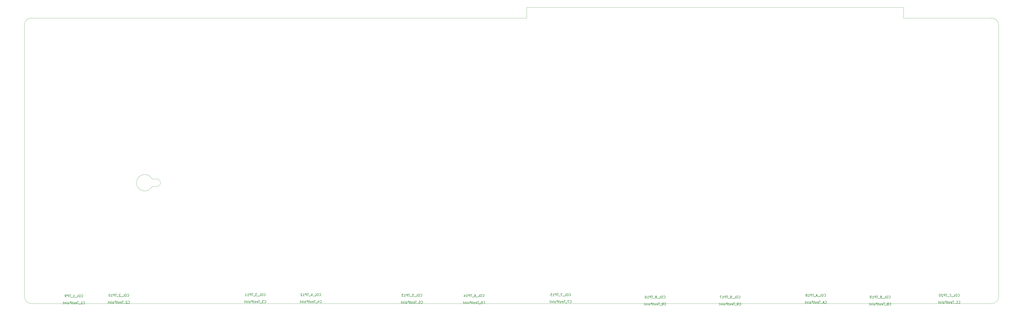
<source format=gbr>
%TF.GenerationSoftware,KiCad,Pcbnew,(5.99.0-12974-ge12f9a194d)*%
%TF.CreationDate,2021-10-29T16:05:09-04:00*%
%TF.ProjectId,FXTal_no_holes,46585461-6c5f-46e6-9f5f-686f6c65732e,rev?*%
%TF.SameCoordinates,PXe1237f8PYe7db780*%
%TF.FileFunction,AssemblyDrawing,Bot*%
%FSLAX46Y46*%
G04 Gerber Fmt 4.6, Leading zero omitted, Abs format (unit mm)*
G04 Created by KiCad (PCBNEW (5.99.0-12974-ge12f9a194d)) date 2021-10-29 16:05:09*
%MOMM*%
%LPD*%
G01*
G04 APERTURE LIST*
%TA.AperFunction,Profile*%
%ADD10C,0.050000*%
%TD*%
%ADD11C,0.150000*%
G04 APERTURE END LIST*
D10*
X-191375000Y84870000D02*
X21625000Y84870000D01*
X-194375000Y-35130000D02*
X-194362680Y82141607D01*
X221575000Y-38130000D02*
X-191375000Y-38130000D01*
X224575000Y81870000D02*
X224575000Y-35130000D01*
X221575000Y84870000D02*
X183625000Y84870000D01*
X-135875000Y13920000D02*
G75*
G03*
X-137524996Y15570000I-1649999J1D01*
G01*
X-191375000Y84870000D02*
G75*
G03*
X-194362680Y82141607I1J-3000002D01*
G01*
X21625000Y89370000D02*
X183625000Y89370000D01*
X21625000Y84870000D02*
X21625000Y89370000D01*
X-137525000Y12270004D02*
X-139475001Y12270000D01*
X183625000Y89370000D02*
X183625000Y84870000D01*
X-137525000Y12270004D02*
G75*
G03*
X-135875000Y13920000I4J1649996D01*
G01*
X221575000Y-38130000D02*
G75*
G03*
X224575000Y-35130000I-1J3000001D01*
G01*
X-194375000Y-35130000D02*
G75*
G03*
X-191375000Y-38130000I3000001J1D01*
G01*
X224575000Y81870000D02*
G75*
G03*
X221575000Y84870000I-3000001J-1D01*
G01*
X-139475001Y15570000D02*
X-137524996Y15570000D01*
X-139475001Y15570000D02*
G75*
G03*
X-139475001Y12270000I-3149999J-1650000D01*
G01*
D11*
%TO.C,COL_7_TP15*%
X40189190Y-37679142D02*
X40236809Y-37726761D01*
X40379666Y-37774380D01*
X40474904Y-37774380D01*
X40617761Y-37726761D01*
X40713000Y-37631523D01*
X40760619Y-37536285D01*
X40808238Y-37345809D01*
X40808238Y-37202952D01*
X40760619Y-37012476D01*
X40713000Y-36917238D01*
X40617761Y-36822000D01*
X40474904Y-36774380D01*
X40379666Y-36774380D01*
X40236809Y-36822000D01*
X40189190Y-36869619D01*
X39855857Y-36774380D02*
X39189190Y-36774380D01*
X39617761Y-37774380D01*
X39046333Y-37869619D02*
X38284428Y-37869619D01*
X38189190Y-36774380D02*
X37617761Y-36774380D01*
X37903476Y-37774380D02*
X37903476Y-36774380D01*
X36903476Y-37726761D02*
X36998714Y-37774380D01*
X37189190Y-37774380D01*
X37284428Y-37726761D01*
X37332047Y-37631523D01*
X37332047Y-37250571D01*
X37284428Y-37155333D01*
X37189190Y-37107714D01*
X36998714Y-37107714D01*
X36903476Y-37155333D01*
X36855857Y-37250571D01*
X36855857Y-37345809D01*
X37332047Y-37441047D01*
X36474904Y-37726761D02*
X36379666Y-37774380D01*
X36189190Y-37774380D01*
X36093952Y-37726761D01*
X36046333Y-37631523D01*
X36046333Y-37583904D01*
X36093952Y-37488666D01*
X36189190Y-37441047D01*
X36332047Y-37441047D01*
X36427285Y-37393428D01*
X36474904Y-37298190D01*
X36474904Y-37250571D01*
X36427285Y-37155333D01*
X36332047Y-37107714D01*
X36189190Y-37107714D01*
X36093952Y-37155333D01*
X35760619Y-37107714D02*
X35379666Y-37107714D01*
X35617761Y-36774380D02*
X35617761Y-37631523D01*
X35570142Y-37726761D01*
X35474904Y-37774380D01*
X35379666Y-37774380D01*
X35046333Y-37774380D02*
X35046333Y-36774380D01*
X34665380Y-36774380D01*
X34570142Y-36822000D01*
X34522523Y-36869619D01*
X34474904Y-36964857D01*
X34474904Y-37107714D01*
X34522523Y-37202952D01*
X34570142Y-37250571D01*
X34665380Y-37298190D01*
X35046333Y-37298190D01*
X33903476Y-37774380D02*
X33998714Y-37726761D01*
X34046333Y-37679142D01*
X34093952Y-37583904D01*
X34093952Y-37298190D01*
X34046333Y-37202952D01*
X33998714Y-37155333D01*
X33903476Y-37107714D01*
X33760619Y-37107714D01*
X33665380Y-37155333D01*
X33617761Y-37202952D01*
X33570142Y-37298190D01*
X33570142Y-37583904D01*
X33617761Y-37679142D01*
X33665380Y-37726761D01*
X33760619Y-37774380D01*
X33903476Y-37774380D01*
X33141571Y-37774380D02*
X33141571Y-37107714D01*
X33141571Y-36774380D02*
X33189190Y-36822000D01*
X33141571Y-36869619D01*
X33093952Y-36822000D01*
X33141571Y-36774380D01*
X33141571Y-36869619D01*
X32665380Y-37107714D02*
X32665380Y-37774380D01*
X32665380Y-37202952D02*
X32617761Y-37155333D01*
X32522523Y-37107714D01*
X32379666Y-37107714D01*
X32284428Y-37155333D01*
X32236809Y-37250571D01*
X32236809Y-37774380D01*
X31903476Y-37107714D02*
X31522523Y-37107714D01*
X31760619Y-36774380D02*
X31760619Y-37631523D01*
X31713000Y-37726761D01*
X31617761Y-37774380D01*
X31522523Y-37774380D01*
X39903476Y-34679142D02*
X39951095Y-34726761D01*
X40093952Y-34774380D01*
X40189190Y-34774380D01*
X40332047Y-34726761D01*
X40427285Y-34631523D01*
X40474904Y-34536285D01*
X40522523Y-34345809D01*
X40522523Y-34202952D01*
X40474904Y-34012476D01*
X40427285Y-33917238D01*
X40332047Y-33822000D01*
X40189190Y-33774380D01*
X40093952Y-33774380D01*
X39951095Y-33822000D01*
X39903476Y-33869619D01*
X39284428Y-33774380D02*
X39093952Y-33774380D01*
X38998714Y-33822000D01*
X38903476Y-33917238D01*
X38855857Y-34107714D01*
X38855857Y-34441047D01*
X38903476Y-34631523D01*
X38998714Y-34726761D01*
X39093952Y-34774380D01*
X39284428Y-34774380D01*
X39379666Y-34726761D01*
X39474904Y-34631523D01*
X39522523Y-34441047D01*
X39522523Y-34107714D01*
X39474904Y-33917238D01*
X39379666Y-33822000D01*
X39284428Y-33774380D01*
X37951095Y-34774380D02*
X38427285Y-34774380D01*
X38427285Y-33774380D01*
X37855857Y-34869619D02*
X37093952Y-34869619D01*
X36951095Y-33774380D02*
X36284428Y-33774380D01*
X36713000Y-34774380D01*
X36141571Y-34869619D02*
X35379666Y-34869619D01*
X35284428Y-33774380D02*
X34713000Y-33774380D01*
X34998714Y-34774380D02*
X34998714Y-33774380D01*
X34379666Y-34774380D02*
X34379666Y-33774380D01*
X33998714Y-33774380D01*
X33903476Y-33822000D01*
X33855857Y-33869619D01*
X33808238Y-33964857D01*
X33808238Y-34107714D01*
X33855857Y-34202952D01*
X33903476Y-34250571D01*
X33998714Y-34298190D01*
X34379666Y-34298190D01*
X32855857Y-34774380D02*
X33427285Y-34774380D01*
X33141571Y-34774380D02*
X33141571Y-33774380D01*
X33236809Y-33917238D01*
X33332047Y-34012476D01*
X33427285Y-34060095D01*
X31951095Y-33774380D02*
X32427285Y-33774380D01*
X32474904Y-34250571D01*
X32427285Y-34202952D01*
X32332047Y-34155333D01*
X32093952Y-34155333D01*
X31998714Y-34202952D01*
X31951095Y-34250571D01*
X31903476Y-34345809D01*
X31903476Y-34583904D01*
X31951095Y-34679142D01*
X31998714Y-34726761D01*
X32093952Y-34774380D01*
X32332047Y-34774380D01*
X32427285Y-34726761D01*
X32474904Y-34679142D01*
%TO.C,COL_9_TP17*%
X113087190Y-38695142D02*
X113134809Y-38742761D01*
X113277666Y-38790380D01*
X113372904Y-38790380D01*
X113515761Y-38742761D01*
X113611000Y-38647523D01*
X113658619Y-38552285D01*
X113706238Y-38361809D01*
X113706238Y-38218952D01*
X113658619Y-38028476D01*
X113611000Y-37933238D01*
X113515761Y-37838000D01*
X113372904Y-37790380D01*
X113277666Y-37790380D01*
X113134809Y-37838000D01*
X113087190Y-37885619D01*
X112611000Y-38790380D02*
X112420523Y-38790380D01*
X112325285Y-38742761D01*
X112277666Y-38695142D01*
X112182428Y-38552285D01*
X112134809Y-38361809D01*
X112134809Y-37980857D01*
X112182428Y-37885619D01*
X112230047Y-37838000D01*
X112325285Y-37790380D01*
X112515761Y-37790380D01*
X112611000Y-37838000D01*
X112658619Y-37885619D01*
X112706238Y-37980857D01*
X112706238Y-38218952D01*
X112658619Y-38314190D01*
X112611000Y-38361809D01*
X112515761Y-38409428D01*
X112325285Y-38409428D01*
X112230047Y-38361809D01*
X112182428Y-38314190D01*
X112134809Y-38218952D01*
X111944333Y-38885619D02*
X111182428Y-38885619D01*
X111087190Y-37790380D02*
X110515761Y-37790380D01*
X110801476Y-38790380D02*
X110801476Y-37790380D01*
X109801476Y-38742761D02*
X109896714Y-38790380D01*
X110087190Y-38790380D01*
X110182428Y-38742761D01*
X110230047Y-38647523D01*
X110230047Y-38266571D01*
X110182428Y-38171333D01*
X110087190Y-38123714D01*
X109896714Y-38123714D01*
X109801476Y-38171333D01*
X109753857Y-38266571D01*
X109753857Y-38361809D01*
X110230047Y-38457047D01*
X109372904Y-38742761D02*
X109277666Y-38790380D01*
X109087190Y-38790380D01*
X108991952Y-38742761D01*
X108944333Y-38647523D01*
X108944333Y-38599904D01*
X108991952Y-38504666D01*
X109087190Y-38457047D01*
X109230047Y-38457047D01*
X109325285Y-38409428D01*
X109372904Y-38314190D01*
X109372904Y-38266571D01*
X109325285Y-38171333D01*
X109230047Y-38123714D01*
X109087190Y-38123714D01*
X108991952Y-38171333D01*
X108658619Y-38123714D02*
X108277666Y-38123714D01*
X108515761Y-37790380D02*
X108515761Y-38647523D01*
X108468142Y-38742761D01*
X108372904Y-38790380D01*
X108277666Y-38790380D01*
X107944333Y-38790380D02*
X107944333Y-37790380D01*
X107563380Y-37790380D01*
X107468142Y-37838000D01*
X107420523Y-37885619D01*
X107372904Y-37980857D01*
X107372904Y-38123714D01*
X107420523Y-38218952D01*
X107468142Y-38266571D01*
X107563380Y-38314190D01*
X107944333Y-38314190D01*
X106801476Y-38790380D02*
X106896714Y-38742761D01*
X106944333Y-38695142D01*
X106991952Y-38599904D01*
X106991952Y-38314190D01*
X106944333Y-38218952D01*
X106896714Y-38171333D01*
X106801476Y-38123714D01*
X106658619Y-38123714D01*
X106563380Y-38171333D01*
X106515761Y-38218952D01*
X106468142Y-38314190D01*
X106468142Y-38599904D01*
X106515761Y-38695142D01*
X106563380Y-38742761D01*
X106658619Y-38790380D01*
X106801476Y-38790380D01*
X106039571Y-38790380D02*
X106039571Y-38123714D01*
X106039571Y-37790380D02*
X106087190Y-37838000D01*
X106039571Y-37885619D01*
X105991952Y-37838000D01*
X106039571Y-37790380D01*
X106039571Y-37885619D01*
X105563380Y-38123714D02*
X105563380Y-38790380D01*
X105563380Y-38218952D02*
X105515761Y-38171333D01*
X105420523Y-38123714D01*
X105277666Y-38123714D01*
X105182428Y-38171333D01*
X105134809Y-38266571D01*
X105134809Y-38790380D01*
X104801476Y-38123714D02*
X104420523Y-38123714D01*
X104658619Y-37790380D02*
X104658619Y-38647523D01*
X104611000Y-38742761D01*
X104515761Y-38790380D01*
X104420523Y-38790380D01*
X112801476Y-35695142D02*
X112849095Y-35742761D01*
X112991952Y-35790380D01*
X113087190Y-35790380D01*
X113230047Y-35742761D01*
X113325285Y-35647523D01*
X113372904Y-35552285D01*
X113420523Y-35361809D01*
X113420523Y-35218952D01*
X113372904Y-35028476D01*
X113325285Y-34933238D01*
X113230047Y-34838000D01*
X113087190Y-34790380D01*
X112991952Y-34790380D01*
X112849095Y-34838000D01*
X112801476Y-34885619D01*
X112182428Y-34790380D02*
X111991952Y-34790380D01*
X111896714Y-34838000D01*
X111801476Y-34933238D01*
X111753857Y-35123714D01*
X111753857Y-35457047D01*
X111801476Y-35647523D01*
X111896714Y-35742761D01*
X111991952Y-35790380D01*
X112182428Y-35790380D01*
X112277666Y-35742761D01*
X112372904Y-35647523D01*
X112420523Y-35457047D01*
X112420523Y-35123714D01*
X112372904Y-34933238D01*
X112277666Y-34838000D01*
X112182428Y-34790380D01*
X110849095Y-35790380D02*
X111325285Y-35790380D01*
X111325285Y-34790380D01*
X110753857Y-35885619D02*
X109991952Y-35885619D01*
X109706238Y-35790380D02*
X109515761Y-35790380D01*
X109420523Y-35742761D01*
X109372904Y-35695142D01*
X109277666Y-35552285D01*
X109230047Y-35361809D01*
X109230047Y-34980857D01*
X109277666Y-34885619D01*
X109325285Y-34838000D01*
X109420523Y-34790380D01*
X109611000Y-34790380D01*
X109706238Y-34838000D01*
X109753857Y-34885619D01*
X109801476Y-34980857D01*
X109801476Y-35218952D01*
X109753857Y-35314190D01*
X109706238Y-35361809D01*
X109611000Y-35409428D01*
X109420523Y-35409428D01*
X109325285Y-35361809D01*
X109277666Y-35314190D01*
X109230047Y-35218952D01*
X109039571Y-35885619D02*
X108277666Y-35885619D01*
X108182428Y-34790380D02*
X107611000Y-34790380D01*
X107896714Y-35790380D02*
X107896714Y-34790380D01*
X107277666Y-35790380D02*
X107277666Y-34790380D01*
X106896714Y-34790380D01*
X106801476Y-34838000D01*
X106753857Y-34885619D01*
X106706238Y-34980857D01*
X106706238Y-35123714D01*
X106753857Y-35218952D01*
X106801476Y-35266571D01*
X106896714Y-35314190D01*
X107277666Y-35314190D01*
X105753857Y-35790380D02*
X106325285Y-35790380D01*
X106039571Y-35790380D02*
X106039571Y-34790380D01*
X106134809Y-34933238D01*
X106230047Y-35028476D01*
X106325285Y-35076095D01*
X105420523Y-34790380D02*
X104753857Y-34790380D01*
X105182428Y-35790380D01*
%TO.C,COL_8_TP16*%
X80801190Y-38687142D02*
X80848809Y-38734761D01*
X80991666Y-38782380D01*
X81086904Y-38782380D01*
X81229761Y-38734761D01*
X81325000Y-38639523D01*
X81372619Y-38544285D01*
X81420238Y-38353809D01*
X81420238Y-38210952D01*
X81372619Y-38020476D01*
X81325000Y-37925238D01*
X81229761Y-37830000D01*
X81086904Y-37782380D01*
X80991666Y-37782380D01*
X80848809Y-37830000D01*
X80801190Y-37877619D01*
X80229761Y-38210952D02*
X80325000Y-38163333D01*
X80372619Y-38115714D01*
X80420238Y-38020476D01*
X80420238Y-37972857D01*
X80372619Y-37877619D01*
X80325000Y-37830000D01*
X80229761Y-37782380D01*
X80039285Y-37782380D01*
X79944047Y-37830000D01*
X79896428Y-37877619D01*
X79848809Y-37972857D01*
X79848809Y-38020476D01*
X79896428Y-38115714D01*
X79944047Y-38163333D01*
X80039285Y-38210952D01*
X80229761Y-38210952D01*
X80325000Y-38258571D01*
X80372619Y-38306190D01*
X80420238Y-38401428D01*
X80420238Y-38591904D01*
X80372619Y-38687142D01*
X80325000Y-38734761D01*
X80229761Y-38782380D01*
X80039285Y-38782380D01*
X79944047Y-38734761D01*
X79896428Y-38687142D01*
X79848809Y-38591904D01*
X79848809Y-38401428D01*
X79896428Y-38306190D01*
X79944047Y-38258571D01*
X80039285Y-38210952D01*
X79658333Y-38877619D02*
X78896428Y-38877619D01*
X78801190Y-37782380D02*
X78229761Y-37782380D01*
X78515476Y-38782380D02*
X78515476Y-37782380D01*
X77515476Y-38734761D02*
X77610714Y-38782380D01*
X77801190Y-38782380D01*
X77896428Y-38734761D01*
X77944047Y-38639523D01*
X77944047Y-38258571D01*
X77896428Y-38163333D01*
X77801190Y-38115714D01*
X77610714Y-38115714D01*
X77515476Y-38163333D01*
X77467857Y-38258571D01*
X77467857Y-38353809D01*
X77944047Y-38449047D01*
X77086904Y-38734761D02*
X76991666Y-38782380D01*
X76801190Y-38782380D01*
X76705952Y-38734761D01*
X76658333Y-38639523D01*
X76658333Y-38591904D01*
X76705952Y-38496666D01*
X76801190Y-38449047D01*
X76944047Y-38449047D01*
X77039285Y-38401428D01*
X77086904Y-38306190D01*
X77086904Y-38258571D01*
X77039285Y-38163333D01*
X76944047Y-38115714D01*
X76801190Y-38115714D01*
X76705952Y-38163333D01*
X76372619Y-38115714D02*
X75991666Y-38115714D01*
X76229761Y-37782380D02*
X76229761Y-38639523D01*
X76182142Y-38734761D01*
X76086904Y-38782380D01*
X75991666Y-38782380D01*
X75658333Y-38782380D02*
X75658333Y-37782380D01*
X75277380Y-37782380D01*
X75182142Y-37830000D01*
X75134523Y-37877619D01*
X75086904Y-37972857D01*
X75086904Y-38115714D01*
X75134523Y-38210952D01*
X75182142Y-38258571D01*
X75277380Y-38306190D01*
X75658333Y-38306190D01*
X74515476Y-38782380D02*
X74610714Y-38734761D01*
X74658333Y-38687142D01*
X74705952Y-38591904D01*
X74705952Y-38306190D01*
X74658333Y-38210952D01*
X74610714Y-38163333D01*
X74515476Y-38115714D01*
X74372619Y-38115714D01*
X74277380Y-38163333D01*
X74229761Y-38210952D01*
X74182142Y-38306190D01*
X74182142Y-38591904D01*
X74229761Y-38687142D01*
X74277380Y-38734761D01*
X74372619Y-38782380D01*
X74515476Y-38782380D01*
X73753571Y-38782380D02*
X73753571Y-38115714D01*
X73753571Y-37782380D02*
X73801190Y-37830000D01*
X73753571Y-37877619D01*
X73705952Y-37830000D01*
X73753571Y-37782380D01*
X73753571Y-37877619D01*
X73277380Y-38115714D02*
X73277380Y-38782380D01*
X73277380Y-38210952D02*
X73229761Y-38163333D01*
X73134523Y-38115714D01*
X72991666Y-38115714D01*
X72896428Y-38163333D01*
X72848809Y-38258571D01*
X72848809Y-38782380D01*
X72515476Y-38115714D02*
X72134523Y-38115714D01*
X72372619Y-37782380D02*
X72372619Y-38639523D01*
X72325000Y-38734761D01*
X72229761Y-38782380D01*
X72134523Y-38782380D01*
X80515476Y-35687142D02*
X80563095Y-35734761D01*
X80705952Y-35782380D01*
X80801190Y-35782380D01*
X80944047Y-35734761D01*
X81039285Y-35639523D01*
X81086904Y-35544285D01*
X81134523Y-35353809D01*
X81134523Y-35210952D01*
X81086904Y-35020476D01*
X81039285Y-34925238D01*
X80944047Y-34830000D01*
X80801190Y-34782380D01*
X80705952Y-34782380D01*
X80563095Y-34830000D01*
X80515476Y-34877619D01*
X79896428Y-34782380D02*
X79705952Y-34782380D01*
X79610714Y-34830000D01*
X79515476Y-34925238D01*
X79467857Y-35115714D01*
X79467857Y-35449047D01*
X79515476Y-35639523D01*
X79610714Y-35734761D01*
X79705952Y-35782380D01*
X79896428Y-35782380D01*
X79991666Y-35734761D01*
X80086904Y-35639523D01*
X80134523Y-35449047D01*
X80134523Y-35115714D01*
X80086904Y-34925238D01*
X79991666Y-34830000D01*
X79896428Y-34782380D01*
X78563095Y-35782380D02*
X79039285Y-35782380D01*
X79039285Y-34782380D01*
X78467857Y-35877619D02*
X77705952Y-35877619D01*
X77325000Y-35210952D02*
X77420238Y-35163333D01*
X77467857Y-35115714D01*
X77515476Y-35020476D01*
X77515476Y-34972857D01*
X77467857Y-34877619D01*
X77420238Y-34830000D01*
X77325000Y-34782380D01*
X77134523Y-34782380D01*
X77039285Y-34830000D01*
X76991666Y-34877619D01*
X76944047Y-34972857D01*
X76944047Y-35020476D01*
X76991666Y-35115714D01*
X77039285Y-35163333D01*
X77134523Y-35210952D01*
X77325000Y-35210952D01*
X77420238Y-35258571D01*
X77467857Y-35306190D01*
X77515476Y-35401428D01*
X77515476Y-35591904D01*
X77467857Y-35687142D01*
X77420238Y-35734761D01*
X77325000Y-35782380D01*
X77134523Y-35782380D01*
X77039285Y-35734761D01*
X76991666Y-35687142D01*
X76944047Y-35591904D01*
X76944047Y-35401428D01*
X76991666Y-35306190D01*
X77039285Y-35258571D01*
X77134523Y-35210952D01*
X76753571Y-35877619D02*
X75991666Y-35877619D01*
X75896428Y-34782380D02*
X75325000Y-34782380D01*
X75610714Y-35782380D02*
X75610714Y-34782380D01*
X74991666Y-35782380D02*
X74991666Y-34782380D01*
X74610714Y-34782380D01*
X74515476Y-34830000D01*
X74467857Y-34877619D01*
X74420238Y-34972857D01*
X74420238Y-35115714D01*
X74467857Y-35210952D01*
X74515476Y-35258571D01*
X74610714Y-35306190D01*
X74991666Y-35306190D01*
X73467857Y-35782380D02*
X74039285Y-35782380D01*
X73753571Y-35782380D02*
X73753571Y-34782380D01*
X73848809Y-34925238D01*
X73944047Y-35020476D01*
X74039285Y-35068095D01*
X72610714Y-34782380D02*
X72801190Y-34782380D01*
X72896428Y-34830000D01*
X72944047Y-34877619D01*
X73039285Y-35020476D01*
X73086904Y-35210952D01*
X73086904Y-35591904D01*
X73039285Y-35687142D01*
X72991666Y-35734761D01*
X72896428Y-35782380D01*
X72705952Y-35782380D01*
X72610714Y-35734761D01*
X72563095Y-35687142D01*
X72515476Y-35591904D01*
X72515476Y-35353809D01*
X72563095Y-35258571D01*
X72610714Y-35210952D01*
X72705952Y-35163333D01*
X72896428Y-35163333D01*
X72991666Y-35210952D01*
X73039285Y-35258571D01*
X73086904Y-35353809D01*
%TO.C,COL_4_TP12*%
X-67252810Y-37679142D02*
X-67205191Y-37726761D01*
X-67062334Y-37774380D01*
X-66967096Y-37774380D01*
X-66824239Y-37726761D01*
X-66729000Y-37631523D01*
X-66681381Y-37536285D01*
X-66633762Y-37345809D01*
X-66633762Y-37202952D01*
X-66681381Y-37012476D01*
X-66729000Y-36917238D01*
X-66824239Y-36822000D01*
X-66967096Y-36774380D01*
X-67062334Y-36774380D01*
X-67205191Y-36822000D01*
X-67252810Y-36869619D01*
X-68109953Y-37107714D02*
X-68109953Y-37774380D01*
X-67871858Y-36726761D02*
X-67633762Y-37441047D01*
X-68252810Y-37441047D01*
X-68395667Y-37869619D02*
X-69157572Y-37869619D01*
X-69252810Y-36774380D02*
X-69824239Y-36774380D01*
X-69538524Y-37774380D02*
X-69538524Y-36774380D01*
X-70538524Y-37726761D02*
X-70443286Y-37774380D01*
X-70252810Y-37774380D01*
X-70157572Y-37726761D01*
X-70109953Y-37631523D01*
X-70109953Y-37250571D01*
X-70157572Y-37155333D01*
X-70252810Y-37107714D01*
X-70443286Y-37107714D01*
X-70538524Y-37155333D01*
X-70586143Y-37250571D01*
X-70586143Y-37345809D01*
X-70109953Y-37441047D01*
X-70967096Y-37726761D02*
X-71062334Y-37774380D01*
X-71252810Y-37774380D01*
X-71348048Y-37726761D01*
X-71395667Y-37631523D01*
X-71395667Y-37583904D01*
X-71348048Y-37488666D01*
X-71252810Y-37441047D01*
X-71109953Y-37441047D01*
X-71014715Y-37393428D01*
X-70967096Y-37298190D01*
X-70967096Y-37250571D01*
X-71014715Y-37155333D01*
X-71109953Y-37107714D01*
X-71252810Y-37107714D01*
X-71348048Y-37155333D01*
X-71681381Y-37107714D02*
X-72062334Y-37107714D01*
X-71824239Y-36774380D02*
X-71824239Y-37631523D01*
X-71871858Y-37726761D01*
X-71967096Y-37774380D01*
X-72062334Y-37774380D01*
X-72395667Y-37774380D02*
X-72395667Y-36774380D01*
X-72776620Y-36774380D01*
X-72871858Y-36822000D01*
X-72919477Y-36869619D01*
X-72967096Y-36964857D01*
X-72967096Y-37107714D01*
X-72919477Y-37202952D01*
X-72871858Y-37250571D01*
X-72776620Y-37298190D01*
X-72395667Y-37298190D01*
X-73538524Y-37774380D02*
X-73443286Y-37726761D01*
X-73395667Y-37679142D01*
X-73348048Y-37583904D01*
X-73348048Y-37298190D01*
X-73395667Y-37202952D01*
X-73443286Y-37155333D01*
X-73538524Y-37107714D01*
X-73681381Y-37107714D01*
X-73776620Y-37155333D01*
X-73824239Y-37202952D01*
X-73871858Y-37298190D01*
X-73871858Y-37583904D01*
X-73824239Y-37679142D01*
X-73776620Y-37726761D01*
X-73681381Y-37774380D01*
X-73538524Y-37774380D01*
X-74300429Y-37774380D02*
X-74300429Y-37107714D01*
X-74300429Y-36774380D02*
X-74252810Y-36822000D01*
X-74300429Y-36869619D01*
X-74348048Y-36822000D01*
X-74300429Y-36774380D01*
X-74300429Y-36869619D01*
X-74776620Y-37107714D02*
X-74776620Y-37774380D01*
X-74776620Y-37202952D02*
X-74824239Y-37155333D01*
X-74919477Y-37107714D01*
X-75062334Y-37107714D01*
X-75157572Y-37155333D01*
X-75205191Y-37250571D01*
X-75205191Y-37774380D01*
X-75538524Y-37107714D02*
X-75919477Y-37107714D01*
X-75681381Y-36774380D02*
X-75681381Y-37631523D01*
X-75729000Y-37726761D01*
X-75824239Y-37774380D01*
X-75919477Y-37774380D01*
X-67538524Y-34679142D02*
X-67490905Y-34726761D01*
X-67348048Y-34774380D01*
X-67252810Y-34774380D01*
X-67109953Y-34726761D01*
X-67014715Y-34631523D01*
X-66967096Y-34536285D01*
X-66919477Y-34345809D01*
X-66919477Y-34202952D01*
X-66967096Y-34012476D01*
X-67014715Y-33917238D01*
X-67109953Y-33822000D01*
X-67252810Y-33774380D01*
X-67348048Y-33774380D01*
X-67490905Y-33822000D01*
X-67538524Y-33869619D01*
X-68157572Y-33774380D02*
X-68348048Y-33774380D01*
X-68443286Y-33822000D01*
X-68538524Y-33917238D01*
X-68586143Y-34107714D01*
X-68586143Y-34441047D01*
X-68538524Y-34631523D01*
X-68443286Y-34726761D01*
X-68348048Y-34774380D01*
X-68157572Y-34774380D01*
X-68062334Y-34726761D01*
X-67967096Y-34631523D01*
X-67919477Y-34441047D01*
X-67919477Y-34107714D01*
X-67967096Y-33917238D01*
X-68062334Y-33822000D01*
X-68157572Y-33774380D01*
X-69490905Y-34774380D02*
X-69014715Y-34774380D01*
X-69014715Y-33774380D01*
X-69586143Y-34869619D02*
X-70348048Y-34869619D01*
X-71014715Y-34107714D02*
X-71014715Y-34774380D01*
X-70776620Y-33726761D02*
X-70538524Y-34441047D01*
X-71157572Y-34441047D01*
X-71300429Y-34869619D02*
X-72062334Y-34869619D01*
X-72157572Y-33774380D02*
X-72729000Y-33774380D01*
X-72443286Y-34774380D02*
X-72443286Y-33774380D01*
X-73062334Y-34774380D02*
X-73062334Y-33774380D01*
X-73443286Y-33774380D01*
X-73538524Y-33822000D01*
X-73586143Y-33869619D01*
X-73633762Y-33964857D01*
X-73633762Y-34107714D01*
X-73586143Y-34202952D01*
X-73538524Y-34250571D01*
X-73443286Y-34298190D01*
X-73062334Y-34298190D01*
X-74586143Y-34774380D02*
X-74014715Y-34774380D01*
X-74300429Y-34774380D02*
X-74300429Y-33774380D01*
X-74205191Y-33917238D01*
X-74109953Y-34012476D01*
X-74014715Y-34060095D01*
X-74967096Y-33869619D02*
X-75014715Y-33822000D01*
X-75109953Y-33774380D01*
X-75348048Y-33774380D01*
X-75443286Y-33822000D01*
X-75490905Y-33869619D01*
X-75538524Y-33964857D01*
X-75538524Y-34060095D01*
X-75490905Y-34202952D01*
X-74919477Y-34774380D01*
X-75538524Y-34774380D01*
%TO.C,COL_1_TP9*%
X-169106810Y-38187142D02*
X-169059191Y-38234761D01*
X-168916334Y-38282380D01*
X-168821096Y-38282380D01*
X-168678239Y-38234761D01*
X-168583000Y-38139523D01*
X-168535381Y-38044285D01*
X-168487762Y-37853809D01*
X-168487762Y-37710952D01*
X-168535381Y-37520476D01*
X-168583000Y-37425238D01*
X-168678239Y-37330000D01*
X-168821096Y-37282380D01*
X-168916334Y-37282380D01*
X-169059191Y-37330000D01*
X-169106810Y-37377619D01*
X-170059191Y-38282380D02*
X-169487762Y-38282380D01*
X-169773477Y-38282380D02*
X-169773477Y-37282380D01*
X-169678239Y-37425238D01*
X-169583000Y-37520476D01*
X-169487762Y-37568095D01*
X-170249667Y-38377619D02*
X-171011572Y-38377619D01*
X-171106810Y-37282380D02*
X-171678239Y-37282380D01*
X-171392524Y-38282380D02*
X-171392524Y-37282380D01*
X-172392524Y-38234761D02*
X-172297286Y-38282380D01*
X-172106810Y-38282380D01*
X-172011572Y-38234761D01*
X-171963953Y-38139523D01*
X-171963953Y-37758571D01*
X-172011572Y-37663333D01*
X-172106810Y-37615714D01*
X-172297286Y-37615714D01*
X-172392524Y-37663333D01*
X-172440143Y-37758571D01*
X-172440143Y-37853809D01*
X-171963953Y-37949047D01*
X-172821096Y-38234761D02*
X-172916334Y-38282380D01*
X-173106810Y-38282380D01*
X-173202048Y-38234761D01*
X-173249667Y-38139523D01*
X-173249667Y-38091904D01*
X-173202048Y-37996666D01*
X-173106810Y-37949047D01*
X-172963953Y-37949047D01*
X-172868715Y-37901428D01*
X-172821096Y-37806190D01*
X-172821096Y-37758571D01*
X-172868715Y-37663333D01*
X-172963953Y-37615714D01*
X-173106810Y-37615714D01*
X-173202048Y-37663333D01*
X-173535381Y-37615714D02*
X-173916334Y-37615714D01*
X-173678239Y-37282380D02*
X-173678239Y-38139523D01*
X-173725858Y-38234761D01*
X-173821096Y-38282380D01*
X-173916334Y-38282380D01*
X-174249667Y-38282380D02*
X-174249667Y-37282380D01*
X-174630620Y-37282380D01*
X-174725858Y-37330000D01*
X-174773477Y-37377619D01*
X-174821096Y-37472857D01*
X-174821096Y-37615714D01*
X-174773477Y-37710952D01*
X-174725858Y-37758571D01*
X-174630620Y-37806190D01*
X-174249667Y-37806190D01*
X-175392524Y-38282380D02*
X-175297286Y-38234761D01*
X-175249667Y-38187142D01*
X-175202048Y-38091904D01*
X-175202048Y-37806190D01*
X-175249667Y-37710952D01*
X-175297286Y-37663333D01*
X-175392524Y-37615714D01*
X-175535381Y-37615714D01*
X-175630620Y-37663333D01*
X-175678239Y-37710952D01*
X-175725858Y-37806190D01*
X-175725858Y-38091904D01*
X-175678239Y-38187142D01*
X-175630620Y-38234761D01*
X-175535381Y-38282380D01*
X-175392524Y-38282380D01*
X-176154429Y-38282380D02*
X-176154429Y-37615714D01*
X-176154429Y-37282380D02*
X-176106810Y-37330000D01*
X-176154429Y-37377619D01*
X-176202048Y-37330000D01*
X-176154429Y-37282380D01*
X-176154429Y-37377619D01*
X-176630620Y-37615714D02*
X-176630620Y-38282380D01*
X-176630620Y-37710952D02*
X-176678239Y-37663333D01*
X-176773477Y-37615714D01*
X-176916334Y-37615714D01*
X-177011572Y-37663333D01*
X-177059191Y-37758571D01*
X-177059191Y-38282380D01*
X-177392524Y-37615714D02*
X-177773477Y-37615714D01*
X-177535381Y-37282380D02*
X-177535381Y-38139523D01*
X-177583000Y-38234761D01*
X-177678239Y-38282380D01*
X-177773477Y-38282380D01*
X-169868715Y-35187142D02*
X-169821096Y-35234761D01*
X-169678239Y-35282380D01*
X-169583000Y-35282380D01*
X-169440143Y-35234761D01*
X-169344905Y-35139523D01*
X-169297286Y-35044285D01*
X-169249667Y-34853809D01*
X-169249667Y-34710952D01*
X-169297286Y-34520476D01*
X-169344905Y-34425238D01*
X-169440143Y-34330000D01*
X-169583000Y-34282380D01*
X-169678239Y-34282380D01*
X-169821096Y-34330000D01*
X-169868715Y-34377619D01*
X-170487762Y-34282380D02*
X-170678239Y-34282380D01*
X-170773477Y-34330000D01*
X-170868715Y-34425238D01*
X-170916334Y-34615714D01*
X-170916334Y-34949047D01*
X-170868715Y-35139523D01*
X-170773477Y-35234761D01*
X-170678239Y-35282380D01*
X-170487762Y-35282380D01*
X-170392524Y-35234761D01*
X-170297286Y-35139523D01*
X-170249667Y-34949047D01*
X-170249667Y-34615714D01*
X-170297286Y-34425238D01*
X-170392524Y-34330000D01*
X-170487762Y-34282380D01*
X-171821096Y-35282380D02*
X-171344905Y-35282380D01*
X-171344905Y-34282380D01*
X-171916334Y-35377619D02*
X-172678239Y-35377619D01*
X-173440143Y-35282380D02*
X-172868715Y-35282380D01*
X-173154429Y-35282380D02*
X-173154429Y-34282380D01*
X-173059191Y-34425238D01*
X-172963953Y-34520476D01*
X-172868715Y-34568095D01*
X-173630620Y-35377619D02*
X-174392524Y-35377619D01*
X-174487762Y-34282380D02*
X-175059191Y-34282380D01*
X-174773477Y-35282380D02*
X-174773477Y-34282380D01*
X-175392524Y-35282380D02*
X-175392524Y-34282380D01*
X-175773477Y-34282380D01*
X-175868715Y-34330000D01*
X-175916334Y-34377619D01*
X-175963953Y-34472857D01*
X-175963953Y-34615714D01*
X-175916334Y-34710952D01*
X-175868715Y-34758571D01*
X-175773477Y-34806190D01*
X-175392524Y-34806190D01*
X-176440143Y-35282380D02*
X-176630620Y-35282380D01*
X-176725858Y-35234761D01*
X-176773477Y-35187142D01*
X-176868715Y-35044285D01*
X-176916334Y-34853809D01*
X-176916334Y-34472857D01*
X-176868715Y-34377619D01*
X-176821096Y-34330000D01*
X-176725858Y-34282380D01*
X-176535381Y-34282380D01*
X-176440143Y-34330000D01*
X-176392524Y-34377619D01*
X-176344905Y-34472857D01*
X-176344905Y-34710952D01*
X-176392524Y-34806190D01*
X-176440143Y-34853809D01*
X-176535381Y-34901428D01*
X-176725858Y-34901428D01*
X-176821096Y-34853809D01*
X-176868715Y-34806190D01*
X-176916334Y-34710952D01*
%TO.C,COL_B_TP19*%
X177627000Y-38695142D02*
X177674619Y-38742761D01*
X177817476Y-38790380D01*
X177912714Y-38790380D01*
X178055571Y-38742761D01*
X178150809Y-38647523D01*
X178198428Y-38552285D01*
X178246047Y-38361809D01*
X178246047Y-38218952D01*
X178198428Y-38028476D01*
X178150809Y-37933238D01*
X178055571Y-37838000D01*
X177912714Y-37790380D01*
X177817476Y-37790380D01*
X177674619Y-37838000D01*
X177627000Y-37885619D01*
X176865095Y-38266571D02*
X176722238Y-38314190D01*
X176674619Y-38361809D01*
X176627000Y-38457047D01*
X176627000Y-38599904D01*
X176674619Y-38695142D01*
X176722238Y-38742761D01*
X176817476Y-38790380D01*
X177198428Y-38790380D01*
X177198428Y-37790380D01*
X176865095Y-37790380D01*
X176769857Y-37838000D01*
X176722238Y-37885619D01*
X176674619Y-37980857D01*
X176674619Y-38076095D01*
X176722238Y-38171333D01*
X176769857Y-38218952D01*
X176865095Y-38266571D01*
X177198428Y-38266571D01*
X176436523Y-38885619D02*
X175674619Y-38885619D01*
X175579380Y-37790380D02*
X175007952Y-37790380D01*
X175293666Y-38790380D02*
X175293666Y-37790380D01*
X174293666Y-38742761D02*
X174388904Y-38790380D01*
X174579380Y-38790380D01*
X174674619Y-38742761D01*
X174722238Y-38647523D01*
X174722238Y-38266571D01*
X174674619Y-38171333D01*
X174579380Y-38123714D01*
X174388904Y-38123714D01*
X174293666Y-38171333D01*
X174246047Y-38266571D01*
X174246047Y-38361809D01*
X174722238Y-38457047D01*
X173865095Y-38742761D02*
X173769857Y-38790380D01*
X173579380Y-38790380D01*
X173484142Y-38742761D01*
X173436523Y-38647523D01*
X173436523Y-38599904D01*
X173484142Y-38504666D01*
X173579380Y-38457047D01*
X173722238Y-38457047D01*
X173817476Y-38409428D01*
X173865095Y-38314190D01*
X173865095Y-38266571D01*
X173817476Y-38171333D01*
X173722238Y-38123714D01*
X173579380Y-38123714D01*
X173484142Y-38171333D01*
X173150809Y-38123714D02*
X172769857Y-38123714D01*
X173007952Y-37790380D02*
X173007952Y-38647523D01*
X172960333Y-38742761D01*
X172865095Y-38790380D01*
X172769857Y-38790380D01*
X172436523Y-38790380D02*
X172436523Y-37790380D01*
X172055571Y-37790380D01*
X171960333Y-37838000D01*
X171912714Y-37885619D01*
X171865095Y-37980857D01*
X171865095Y-38123714D01*
X171912714Y-38218952D01*
X171960333Y-38266571D01*
X172055571Y-38314190D01*
X172436523Y-38314190D01*
X171293666Y-38790380D02*
X171388904Y-38742761D01*
X171436523Y-38695142D01*
X171484142Y-38599904D01*
X171484142Y-38314190D01*
X171436523Y-38218952D01*
X171388904Y-38171333D01*
X171293666Y-38123714D01*
X171150809Y-38123714D01*
X171055571Y-38171333D01*
X171007952Y-38218952D01*
X170960333Y-38314190D01*
X170960333Y-38599904D01*
X171007952Y-38695142D01*
X171055571Y-38742761D01*
X171150809Y-38790380D01*
X171293666Y-38790380D01*
X170531761Y-38790380D02*
X170531761Y-38123714D01*
X170531761Y-37790380D02*
X170579380Y-37838000D01*
X170531761Y-37885619D01*
X170484142Y-37838000D01*
X170531761Y-37790380D01*
X170531761Y-37885619D01*
X170055571Y-38123714D02*
X170055571Y-38790380D01*
X170055571Y-38218952D02*
X170007952Y-38171333D01*
X169912714Y-38123714D01*
X169769857Y-38123714D01*
X169674619Y-38171333D01*
X169627000Y-38266571D01*
X169627000Y-38790380D01*
X169293666Y-38123714D02*
X168912714Y-38123714D01*
X169150809Y-37790380D02*
X169150809Y-38647523D01*
X169103190Y-38742761D01*
X169007952Y-38790380D01*
X168912714Y-38790380D01*
X177341285Y-35695142D02*
X177388904Y-35742761D01*
X177531761Y-35790380D01*
X177627000Y-35790380D01*
X177769857Y-35742761D01*
X177865095Y-35647523D01*
X177912714Y-35552285D01*
X177960333Y-35361809D01*
X177960333Y-35218952D01*
X177912714Y-35028476D01*
X177865095Y-34933238D01*
X177769857Y-34838000D01*
X177627000Y-34790380D01*
X177531761Y-34790380D01*
X177388904Y-34838000D01*
X177341285Y-34885619D01*
X176722238Y-34790380D02*
X176531761Y-34790380D01*
X176436523Y-34838000D01*
X176341285Y-34933238D01*
X176293666Y-35123714D01*
X176293666Y-35457047D01*
X176341285Y-35647523D01*
X176436523Y-35742761D01*
X176531761Y-35790380D01*
X176722238Y-35790380D01*
X176817476Y-35742761D01*
X176912714Y-35647523D01*
X176960333Y-35457047D01*
X176960333Y-35123714D01*
X176912714Y-34933238D01*
X176817476Y-34838000D01*
X176722238Y-34790380D01*
X175388904Y-35790380D02*
X175865095Y-35790380D01*
X175865095Y-34790380D01*
X175293666Y-35885619D02*
X174531761Y-35885619D01*
X173960333Y-35266571D02*
X173817476Y-35314190D01*
X173769857Y-35361809D01*
X173722238Y-35457047D01*
X173722238Y-35599904D01*
X173769857Y-35695142D01*
X173817476Y-35742761D01*
X173912714Y-35790380D01*
X174293666Y-35790380D01*
X174293666Y-34790380D01*
X173960333Y-34790380D01*
X173865095Y-34838000D01*
X173817476Y-34885619D01*
X173769857Y-34980857D01*
X173769857Y-35076095D01*
X173817476Y-35171333D01*
X173865095Y-35218952D01*
X173960333Y-35266571D01*
X174293666Y-35266571D01*
X173531761Y-35885619D02*
X172769857Y-35885619D01*
X172674619Y-34790380D02*
X172103190Y-34790380D01*
X172388904Y-35790380D02*
X172388904Y-34790380D01*
X171769857Y-35790380D02*
X171769857Y-34790380D01*
X171388904Y-34790380D01*
X171293666Y-34838000D01*
X171246047Y-34885619D01*
X171198428Y-34980857D01*
X171198428Y-35123714D01*
X171246047Y-35218952D01*
X171293666Y-35266571D01*
X171388904Y-35314190D01*
X171769857Y-35314190D01*
X170246047Y-35790380D02*
X170817476Y-35790380D01*
X170531761Y-35790380D02*
X170531761Y-34790380D01*
X170626999Y-34933238D01*
X170722238Y-35028476D01*
X170817476Y-35076095D01*
X169769857Y-35790380D02*
X169579380Y-35790380D01*
X169484142Y-35742761D01*
X169436523Y-35695142D01*
X169341285Y-35552285D01*
X169293666Y-35361809D01*
X169293666Y-34980857D01*
X169341285Y-34885619D01*
X169388904Y-34838000D01*
X169484142Y-34790380D01*
X169674619Y-34790380D01*
X169769857Y-34838000D01*
X169817476Y-34885619D01*
X169865095Y-34980857D01*
X169865095Y-35218952D01*
X169817476Y-35314190D01*
X169769857Y-35361809D01*
X169674619Y-35409428D01*
X169484142Y-35409428D01*
X169388904Y-35361809D01*
X169341285Y-35314190D01*
X169293666Y-35218952D01*
%TO.C,COL_6_TP14*%
X2951190Y-38087142D02*
X2998809Y-38134761D01*
X3141666Y-38182380D01*
X3236904Y-38182380D01*
X3379761Y-38134761D01*
X3475000Y-38039523D01*
X3522619Y-37944285D01*
X3570238Y-37753809D01*
X3570238Y-37610952D01*
X3522619Y-37420476D01*
X3475000Y-37325238D01*
X3379761Y-37230000D01*
X3236904Y-37182380D01*
X3141666Y-37182380D01*
X2998809Y-37230000D01*
X2951190Y-37277619D01*
X2094047Y-37182380D02*
X2284523Y-37182380D01*
X2379761Y-37230000D01*
X2427380Y-37277619D01*
X2522619Y-37420476D01*
X2570238Y-37610952D01*
X2570238Y-37991904D01*
X2522619Y-38087142D01*
X2475000Y-38134761D01*
X2379761Y-38182380D01*
X2189285Y-38182380D01*
X2094047Y-38134761D01*
X2046428Y-38087142D01*
X1998809Y-37991904D01*
X1998809Y-37753809D01*
X2046428Y-37658571D01*
X2094047Y-37610952D01*
X2189285Y-37563333D01*
X2379761Y-37563333D01*
X2475000Y-37610952D01*
X2522619Y-37658571D01*
X2570238Y-37753809D01*
X1808333Y-38277619D02*
X1046428Y-38277619D01*
X951190Y-37182380D02*
X379761Y-37182380D01*
X665476Y-38182380D02*
X665476Y-37182380D01*
X-334524Y-38134761D02*
X-239286Y-38182380D01*
X-48810Y-38182380D01*
X46428Y-38134761D01*
X94047Y-38039523D01*
X94047Y-37658571D01*
X46428Y-37563333D01*
X-48810Y-37515714D01*
X-239286Y-37515714D01*
X-334524Y-37563333D01*
X-382143Y-37658571D01*
X-382143Y-37753809D01*
X94047Y-37849047D01*
X-763096Y-38134761D02*
X-858334Y-38182380D01*
X-1048810Y-38182380D01*
X-1144048Y-38134761D01*
X-1191667Y-38039523D01*
X-1191667Y-37991904D01*
X-1144048Y-37896666D01*
X-1048810Y-37849047D01*
X-905953Y-37849047D01*
X-810715Y-37801428D01*
X-763096Y-37706190D01*
X-763096Y-37658571D01*
X-810715Y-37563333D01*
X-905953Y-37515714D01*
X-1048810Y-37515714D01*
X-1144048Y-37563333D01*
X-1477381Y-37515714D02*
X-1858334Y-37515714D01*
X-1620239Y-37182380D02*
X-1620239Y-38039523D01*
X-1667858Y-38134761D01*
X-1763096Y-38182380D01*
X-1858334Y-38182380D01*
X-2191667Y-38182380D02*
X-2191667Y-37182380D01*
X-2572620Y-37182380D01*
X-2667858Y-37230000D01*
X-2715477Y-37277619D01*
X-2763096Y-37372857D01*
X-2763096Y-37515714D01*
X-2715477Y-37610952D01*
X-2667858Y-37658571D01*
X-2572620Y-37706190D01*
X-2191667Y-37706190D01*
X-3334524Y-38182380D02*
X-3239286Y-38134761D01*
X-3191667Y-38087142D01*
X-3144048Y-37991904D01*
X-3144048Y-37706190D01*
X-3191667Y-37610952D01*
X-3239286Y-37563333D01*
X-3334524Y-37515714D01*
X-3477381Y-37515714D01*
X-3572620Y-37563333D01*
X-3620239Y-37610952D01*
X-3667858Y-37706190D01*
X-3667858Y-37991904D01*
X-3620239Y-38087142D01*
X-3572620Y-38134761D01*
X-3477381Y-38182380D01*
X-3334524Y-38182380D01*
X-4096429Y-38182380D02*
X-4096429Y-37515714D01*
X-4096429Y-37182380D02*
X-4048810Y-37230000D01*
X-4096429Y-37277619D01*
X-4144048Y-37230000D01*
X-4096429Y-37182380D01*
X-4096429Y-37277619D01*
X-4572620Y-37515714D02*
X-4572620Y-38182380D01*
X-4572620Y-37610952D02*
X-4620239Y-37563333D01*
X-4715477Y-37515714D01*
X-4858334Y-37515714D01*
X-4953572Y-37563333D01*
X-5001191Y-37658571D01*
X-5001191Y-38182380D01*
X-5334524Y-37515714D02*
X-5715477Y-37515714D01*
X-5477381Y-37182380D02*
X-5477381Y-38039523D01*
X-5525000Y-38134761D01*
X-5620239Y-38182380D01*
X-5715477Y-38182380D01*
X2665476Y-35087142D02*
X2713095Y-35134761D01*
X2855952Y-35182380D01*
X2951190Y-35182380D01*
X3094047Y-35134761D01*
X3189285Y-35039523D01*
X3236904Y-34944285D01*
X3284523Y-34753809D01*
X3284523Y-34610952D01*
X3236904Y-34420476D01*
X3189285Y-34325238D01*
X3094047Y-34230000D01*
X2951190Y-34182380D01*
X2855952Y-34182380D01*
X2713095Y-34230000D01*
X2665476Y-34277619D01*
X2046428Y-34182380D02*
X1855952Y-34182380D01*
X1760714Y-34230000D01*
X1665476Y-34325238D01*
X1617857Y-34515714D01*
X1617857Y-34849047D01*
X1665476Y-35039523D01*
X1760714Y-35134761D01*
X1855952Y-35182380D01*
X2046428Y-35182380D01*
X2141666Y-35134761D01*
X2236904Y-35039523D01*
X2284523Y-34849047D01*
X2284523Y-34515714D01*
X2236904Y-34325238D01*
X2141666Y-34230000D01*
X2046428Y-34182380D01*
X713095Y-35182380D02*
X1189285Y-35182380D01*
X1189285Y-34182380D01*
X617857Y-35277619D02*
X-144048Y-35277619D01*
X-810715Y-34182380D02*
X-620239Y-34182380D01*
X-525000Y-34230000D01*
X-477381Y-34277619D01*
X-382143Y-34420476D01*
X-334524Y-34610952D01*
X-334524Y-34991904D01*
X-382143Y-35087142D01*
X-429762Y-35134761D01*
X-525000Y-35182380D01*
X-715477Y-35182380D01*
X-810715Y-35134761D01*
X-858334Y-35087142D01*
X-905953Y-34991904D01*
X-905953Y-34753809D01*
X-858334Y-34658571D01*
X-810715Y-34610952D01*
X-715477Y-34563333D01*
X-525000Y-34563333D01*
X-429762Y-34610952D01*
X-382143Y-34658571D01*
X-334524Y-34753809D01*
X-1096429Y-35277619D02*
X-1858334Y-35277619D01*
X-1953572Y-34182380D02*
X-2525000Y-34182380D01*
X-2239286Y-35182380D02*
X-2239286Y-34182380D01*
X-2858334Y-35182380D02*
X-2858334Y-34182380D01*
X-3239286Y-34182380D01*
X-3334524Y-34230000D01*
X-3382143Y-34277619D01*
X-3429762Y-34372857D01*
X-3429762Y-34515714D01*
X-3382143Y-34610952D01*
X-3334524Y-34658571D01*
X-3239286Y-34706190D01*
X-2858334Y-34706190D01*
X-4382143Y-35182380D02*
X-3810715Y-35182380D01*
X-4096429Y-35182380D02*
X-4096429Y-34182380D01*
X-4001191Y-34325238D01*
X-3905953Y-34420476D01*
X-3810715Y-34468095D01*
X-5239286Y-34515714D02*
X-5239286Y-35182380D01*
X-5001191Y-34134761D02*
X-4763096Y-34849047D01*
X-5382143Y-34849047D01*
%TO.C,COL_A_TP18*%
X149869571Y-37933142D02*
X149917190Y-37980761D01*
X150060047Y-38028380D01*
X150155285Y-38028380D01*
X150298142Y-37980761D01*
X150393380Y-37885523D01*
X150441000Y-37790285D01*
X150488619Y-37599809D01*
X150488619Y-37456952D01*
X150441000Y-37266476D01*
X150393380Y-37171238D01*
X150298142Y-37076000D01*
X150155285Y-37028380D01*
X150060047Y-37028380D01*
X149917190Y-37076000D01*
X149869571Y-37123619D01*
X149488619Y-37742666D02*
X149012428Y-37742666D01*
X149583857Y-38028380D02*
X149250523Y-37028380D01*
X148917190Y-38028380D01*
X148821952Y-38123619D02*
X148060047Y-38123619D01*
X147964809Y-37028380D02*
X147393380Y-37028380D01*
X147679095Y-38028380D02*
X147679095Y-37028380D01*
X146679095Y-37980761D02*
X146774333Y-38028380D01*
X146964809Y-38028380D01*
X147060047Y-37980761D01*
X147107666Y-37885523D01*
X147107666Y-37504571D01*
X147060047Y-37409333D01*
X146964809Y-37361714D01*
X146774333Y-37361714D01*
X146679095Y-37409333D01*
X146631476Y-37504571D01*
X146631476Y-37599809D01*
X147107666Y-37695047D01*
X146250523Y-37980761D02*
X146155285Y-38028380D01*
X145964809Y-38028380D01*
X145869571Y-37980761D01*
X145821952Y-37885523D01*
X145821952Y-37837904D01*
X145869571Y-37742666D01*
X145964809Y-37695047D01*
X146107666Y-37695047D01*
X146202904Y-37647428D01*
X146250523Y-37552190D01*
X146250523Y-37504571D01*
X146202904Y-37409333D01*
X146107666Y-37361714D01*
X145964809Y-37361714D01*
X145869571Y-37409333D01*
X145536238Y-37361714D02*
X145155285Y-37361714D01*
X145393380Y-37028380D02*
X145393380Y-37885523D01*
X145345761Y-37980761D01*
X145250523Y-38028380D01*
X145155285Y-38028380D01*
X144821952Y-38028380D02*
X144821952Y-37028380D01*
X144441000Y-37028380D01*
X144345761Y-37076000D01*
X144298142Y-37123619D01*
X144250523Y-37218857D01*
X144250523Y-37361714D01*
X144298142Y-37456952D01*
X144345761Y-37504571D01*
X144441000Y-37552190D01*
X144821952Y-37552190D01*
X143679095Y-38028380D02*
X143774333Y-37980761D01*
X143821952Y-37933142D01*
X143869571Y-37837904D01*
X143869571Y-37552190D01*
X143821952Y-37456952D01*
X143774333Y-37409333D01*
X143679095Y-37361714D01*
X143536238Y-37361714D01*
X143441000Y-37409333D01*
X143393380Y-37456952D01*
X143345761Y-37552190D01*
X143345761Y-37837904D01*
X143393380Y-37933142D01*
X143441000Y-37980761D01*
X143536238Y-38028380D01*
X143679095Y-38028380D01*
X142917190Y-38028380D02*
X142917190Y-37361714D01*
X142917190Y-37028380D02*
X142964809Y-37076000D01*
X142917190Y-37123619D01*
X142869571Y-37076000D01*
X142917190Y-37028380D01*
X142917190Y-37123619D01*
X142441000Y-37361714D02*
X142441000Y-38028380D01*
X142441000Y-37456952D02*
X142393380Y-37409333D01*
X142298142Y-37361714D01*
X142155285Y-37361714D01*
X142060047Y-37409333D01*
X142012428Y-37504571D01*
X142012428Y-38028380D01*
X141679095Y-37361714D02*
X141298142Y-37361714D01*
X141536238Y-37028380D02*
X141536238Y-37885523D01*
X141488619Y-37980761D01*
X141393380Y-38028380D01*
X141298142Y-38028380D01*
X149583857Y-34933142D02*
X149631476Y-34980761D01*
X149774333Y-35028380D01*
X149869571Y-35028380D01*
X150012428Y-34980761D01*
X150107666Y-34885523D01*
X150155285Y-34790285D01*
X150202904Y-34599809D01*
X150202904Y-34456952D01*
X150155285Y-34266476D01*
X150107666Y-34171238D01*
X150012428Y-34076000D01*
X149869571Y-34028380D01*
X149774333Y-34028380D01*
X149631476Y-34076000D01*
X149583857Y-34123619D01*
X148964809Y-34028380D02*
X148774333Y-34028380D01*
X148679095Y-34076000D01*
X148583857Y-34171238D01*
X148536238Y-34361714D01*
X148536238Y-34695047D01*
X148583857Y-34885523D01*
X148679095Y-34980761D01*
X148774333Y-35028380D01*
X148964809Y-35028380D01*
X149060047Y-34980761D01*
X149155285Y-34885523D01*
X149202904Y-34695047D01*
X149202904Y-34361714D01*
X149155285Y-34171238D01*
X149060047Y-34076000D01*
X148964809Y-34028380D01*
X147631476Y-35028380D02*
X148107666Y-35028380D01*
X148107666Y-34028380D01*
X147536238Y-35123619D02*
X146774333Y-35123619D01*
X146583857Y-34742666D02*
X146107666Y-34742666D01*
X146679095Y-35028380D02*
X146345761Y-34028380D01*
X146012428Y-35028380D01*
X145917190Y-35123619D02*
X145155285Y-35123619D01*
X145060047Y-34028380D02*
X144488619Y-34028380D01*
X144774333Y-35028380D02*
X144774333Y-34028380D01*
X144155285Y-35028380D02*
X144155285Y-34028380D01*
X143774333Y-34028380D01*
X143679095Y-34076000D01*
X143631476Y-34123619D01*
X143583857Y-34218857D01*
X143583857Y-34361714D01*
X143631476Y-34456952D01*
X143679095Y-34504571D01*
X143774333Y-34552190D01*
X144155285Y-34552190D01*
X142631476Y-35028380D02*
X143202904Y-35028380D01*
X142917190Y-35028380D02*
X142917190Y-34028380D01*
X143012428Y-34171238D01*
X143107666Y-34266476D01*
X143202904Y-34314095D01*
X142060047Y-34456952D02*
X142155285Y-34409333D01*
X142202904Y-34361714D01*
X142250523Y-34266476D01*
X142250523Y-34218857D01*
X142202904Y-34123619D01*
X142155285Y-34076000D01*
X142060047Y-34028380D01*
X141869571Y-34028380D01*
X141774333Y-34076000D01*
X141726714Y-34123619D01*
X141679095Y-34218857D01*
X141679095Y-34266476D01*
X141726714Y-34361714D01*
X141774333Y-34409333D01*
X141869571Y-34456952D01*
X142060047Y-34456952D01*
X142155285Y-34504571D01*
X142202904Y-34552190D01*
X142250523Y-34647428D01*
X142250523Y-34837904D01*
X142202904Y-34933142D01*
X142155285Y-34980761D01*
X142060047Y-35028380D01*
X141869571Y-35028380D01*
X141774333Y-34980761D01*
X141726714Y-34933142D01*
X141679095Y-34837904D01*
X141679095Y-34647428D01*
X141726714Y-34552190D01*
X141774333Y-34504571D01*
X141869571Y-34456952D01*
%TO.C,COL_3_TP11*%
X-91128810Y-37679142D02*
X-91081191Y-37726761D01*
X-90938334Y-37774380D01*
X-90843096Y-37774380D01*
X-90700239Y-37726761D01*
X-90605000Y-37631523D01*
X-90557381Y-37536285D01*
X-90509762Y-37345809D01*
X-90509762Y-37202952D01*
X-90557381Y-37012476D01*
X-90605000Y-36917238D01*
X-90700239Y-36822000D01*
X-90843096Y-36774380D01*
X-90938334Y-36774380D01*
X-91081191Y-36822000D01*
X-91128810Y-36869619D01*
X-91462143Y-36774380D02*
X-92081191Y-36774380D01*
X-91747858Y-37155333D01*
X-91890715Y-37155333D01*
X-91985953Y-37202952D01*
X-92033572Y-37250571D01*
X-92081191Y-37345809D01*
X-92081191Y-37583904D01*
X-92033572Y-37679142D01*
X-91985953Y-37726761D01*
X-91890715Y-37774380D01*
X-91605000Y-37774380D01*
X-91509762Y-37726761D01*
X-91462143Y-37679142D01*
X-92271667Y-37869619D02*
X-93033572Y-37869619D01*
X-93128810Y-36774380D02*
X-93700239Y-36774380D01*
X-93414524Y-37774380D02*
X-93414524Y-36774380D01*
X-94414524Y-37726761D02*
X-94319286Y-37774380D01*
X-94128810Y-37774380D01*
X-94033572Y-37726761D01*
X-93985953Y-37631523D01*
X-93985953Y-37250571D01*
X-94033572Y-37155333D01*
X-94128810Y-37107714D01*
X-94319286Y-37107714D01*
X-94414524Y-37155333D01*
X-94462143Y-37250571D01*
X-94462143Y-37345809D01*
X-93985953Y-37441047D01*
X-94843096Y-37726761D02*
X-94938334Y-37774380D01*
X-95128810Y-37774380D01*
X-95224048Y-37726761D01*
X-95271667Y-37631523D01*
X-95271667Y-37583904D01*
X-95224048Y-37488666D01*
X-95128810Y-37441047D01*
X-94985953Y-37441047D01*
X-94890715Y-37393428D01*
X-94843096Y-37298190D01*
X-94843096Y-37250571D01*
X-94890715Y-37155333D01*
X-94985953Y-37107714D01*
X-95128810Y-37107714D01*
X-95224048Y-37155333D01*
X-95557381Y-37107714D02*
X-95938334Y-37107714D01*
X-95700239Y-36774380D02*
X-95700239Y-37631523D01*
X-95747858Y-37726761D01*
X-95843096Y-37774380D01*
X-95938334Y-37774380D01*
X-96271667Y-37774380D02*
X-96271667Y-36774380D01*
X-96652620Y-36774380D01*
X-96747858Y-36822000D01*
X-96795477Y-36869619D01*
X-96843096Y-36964857D01*
X-96843096Y-37107714D01*
X-96795477Y-37202952D01*
X-96747858Y-37250571D01*
X-96652620Y-37298190D01*
X-96271667Y-37298190D01*
X-97414524Y-37774380D02*
X-97319286Y-37726761D01*
X-97271667Y-37679142D01*
X-97224048Y-37583904D01*
X-97224048Y-37298190D01*
X-97271667Y-37202952D01*
X-97319286Y-37155333D01*
X-97414524Y-37107714D01*
X-97557381Y-37107714D01*
X-97652620Y-37155333D01*
X-97700239Y-37202952D01*
X-97747858Y-37298190D01*
X-97747858Y-37583904D01*
X-97700239Y-37679142D01*
X-97652620Y-37726761D01*
X-97557381Y-37774380D01*
X-97414524Y-37774380D01*
X-98176429Y-37774380D02*
X-98176429Y-37107714D01*
X-98176429Y-36774380D02*
X-98128810Y-36822000D01*
X-98176429Y-36869619D01*
X-98224048Y-36822000D01*
X-98176429Y-36774380D01*
X-98176429Y-36869619D01*
X-98652620Y-37107714D02*
X-98652620Y-37774380D01*
X-98652620Y-37202952D02*
X-98700239Y-37155333D01*
X-98795477Y-37107714D01*
X-98938334Y-37107714D01*
X-99033572Y-37155333D01*
X-99081191Y-37250571D01*
X-99081191Y-37774380D01*
X-99414524Y-37107714D02*
X-99795477Y-37107714D01*
X-99557381Y-36774380D02*
X-99557381Y-37631523D01*
X-99605000Y-37726761D01*
X-99700239Y-37774380D01*
X-99795477Y-37774380D01*
X-91414524Y-34679142D02*
X-91366905Y-34726761D01*
X-91224048Y-34774380D01*
X-91128810Y-34774380D01*
X-90985953Y-34726761D01*
X-90890715Y-34631523D01*
X-90843096Y-34536285D01*
X-90795477Y-34345809D01*
X-90795477Y-34202952D01*
X-90843096Y-34012476D01*
X-90890715Y-33917238D01*
X-90985953Y-33822000D01*
X-91128810Y-33774380D01*
X-91224048Y-33774380D01*
X-91366905Y-33822000D01*
X-91414524Y-33869619D01*
X-92033572Y-33774380D02*
X-92224048Y-33774380D01*
X-92319286Y-33822000D01*
X-92414524Y-33917238D01*
X-92462143Y-34107714D01*
X-92462143Y-34441047D01*
X-92414524Y-34631523D01*
X-92319286Y-34726761D01*
X-92224048Y-34774380D01*
X-92033572Y-34774380D01*
X-91938334Y-34726761D01*
X-91843096Y-34631523D01*
X-91795477Y-34441047D01*
X-91795477Y-34107714D01*
X-91843096Y-33917238D01*
X-91938334Y-33822000D01*
X-92033572Y-33774380D01*
X-93366905Y-34774380D02*
X-92890715Y-34774380D01*
X-92890715Y-33774380D01*
X-93462143Y-34869619D02*
X-94224048Y-34869619D01*
X-94366905Y-33774380D02*
X-94985953Y-33774380D01*
X-94652620Y-34155333D01*
X-94795477Y-34155333D01*
X-94890715Y-34202952D01*
X-94938334Y-34250571D01*
X-94985953Y-34345809D01*
X-94985953Y-34583904D01*
X-94938334Y-34679142D01*
X-94890715Y-34726761D01*
X-94795477Y-34774380D01*
X-94509762Y-34774380D01*
X-94414524Y-34726761D01*
X-94366905Y-34679142D01*
X-95176429Y-34869619D02*
X-95938334Y-34869619D01*
X-96033572Y-33774380D02*
X-96605000Y-33774380D01*
X-96319286Y-34774380D02*
X-96319286Y-33774380D01*
X-96938334Y-34774380D02*
X-96938334Y-33774380D01*
X-97319286Y-33774380D01*
X-97414524Y-33822000D01*
X-97462143Y-33869619D01*
X-97509762Y-33964857D01*
X-97509762Y-34107714D01*
X-97462143Y-34202952D01*
X-97414524Y-34250571D01*
X-97319286Y-34298190D01*
X-96938334Y-34298190D01*
X-98462143Y-34774380D02*
X-97890715Y-34774380D01*
X-98176429Y-34774380D02*
X-98176429Y-33774380D01*
X-98081191Y-33917238D01*
X-97985953Y-34012476D01*
X-97890715Y-34060095D01*
X-99414524Y-34774380D02*
X-98843096Y-34774380D01*
X-99128810Y-34774380D02*
X-99128810Y-33774380D01*
X-99033572Y-33917238D01*
X-98938334Y-34012476D01*
X-98843096Y-34060095D01*
%TO.C,COL_C_TP20*%
X207345000Y-37933142D02*
X207392619Y-37980761D01*
X207535476Y-38028380D01*
X207630714Y-38028380D01*
X207773571Y-37980761D01*
X207868809Y-37885523D01*
X207916428Y-37790285D01*
X207964047Y-37599809D01*
X207964047Y-37456952D01*
X207916428Y-37266476D01*
X207868809Y-37171238D01*
X207773571Y-37076000D01*
X207630714Y-37028380D01*
X207535476Y-37028380D01*
X207392619Y-37076000D01*
X207345000Y-37123619D01*
X206345000Y-37933142D02*
X206392619Y-37980761D01*
X206535476Y-38028380D01*
X206630714Y-38028380D01*
X206773571Y-37980761D01*
X206868809Y-37885523D01*
X206916428Y-37790285D01*
X206964047Y-37599809D01*
X206964047Y-37456952D01*
X206916428Y-37266476D01*
X206868809Y-37171238D01*
X206773571Y-37076000D01*
X206630714Y-37028380D01*
X206535476Y-37028380D01*
X206392619Y-37076000D01*
X206345000Y-37123619D01*
X206154523Y-38123619D02*
X205392619Y-38123619D01*
X205297380Y-37028380D02*
X204725952Y-37028380D01*
X205011666Y-38028380D02*
X205011666Y-37028380D01*
X204011666Y-37980761D02*
X204106904Y-38028380D01*
X204297380Y-38028380D01*
X204392619Y-37980761D01*
X204440238Y-37885523D01*
X204440238Y-37504571D01*
X204392619Y-37409333D01*
X204297380Y-37361714D01*
X204106904Y-37361714D01*
X204011666Y-37409333D01*
X203964047Y-37504571D01*
X203964047Y-37599809D01*
X204440238Y-37695047D01*
X203583095Y-37980761D02*
X203487857Y-38028380D01*
X203297380Y-38028380D01*
X203202142Y-37980761D01*
X203154523Y-37885523D01*
X203154523Y-37837904D01*
X203202142Y-37742666D01*
X203297380Y-37695047D01*
X203440238Y-37695047D01*
X203535476Y-37647428D01*
X203583095Y-37552190D01*
X203583095Y-37504571D01*
X203535476Y-37409333D01*
X203440238Y-37361714D01*
X203297380Y-37361714D01*
X203202142Y-37409333D01*
X202868809Y-37361714D02*
X202487857Y-37361714D01*
X202725952Y-37028380D02*
X202725952Y-37885523D01*
X202678333Y-37980761D01*
X202583095Y-38028380D01*
X202487857Y-38028380D01*
X202154523Y-38028380D02*
X202154523Y-37028380D01*
X201773571Y-37028380D01*
X201678333Y-37076000D01*
X201630714Y-37123619D01*
X201583095Y-37218857D01*
X201583095Y-37361714D01*
X201630714Y-37456952D01*
X201678333Y-37504571D01*
X201773571Y-37552190D01*
X202154523Y-37552190D01*
X201011666Y-38028380D02*
X201106904Y-37980761D01*
X201154523Y-37933142D01*
X201202142Y-37837904D01*
X201202142Y-37552190D01*
X201154523Y-37456952D01*
X201106904Y-37409333D01*
X201011666Y-37361714D01*
X200868809Y-37361714D01*
X200773571Y-37409333D01*
X200725952Y-37456952D01*
X200678333Y-37552190D01*
X200678333Y-37837904D01*
X200725952Y-37933142D01*
X200773571Y-37980761D01*
X200868809Y-38028380D01*
X201011666Y-38028380D01*
X200249761Y-38028380D02*
X200249761Y-37361714D01*
X200249761Y-37028380D02*
X200297380Y-37076000D01*
X200249761Y-37123619D01*
X200202142Y-37076000D01*
X200249761Y-37028380D01*
X200249761Y-37123619D01*
X199773571Y-37361714D02*
X199773571Y-38028380D01*
X199773571Y-37456952D02*
X199725952Y-37409333D01*
X199630714Y-37361714D01*
X199487857Y-37361714D01*
X199392619Y-37409333D01*
X199345000Y-37504571D01*
X199345000Y-38028380D01*
X199011666Y-37361714D02*
X198630714Y-37361714D01*
X198868809Y-37028380D02*
X198868809Y-37885523D01*
X198821190Y-37980761D01*
X198725952Y-38028380D01*
X198630714Y-38028380D01*
X207059285Y-34933142D02*
X207106904Y-34980761D01*
X207249761Y-35028380D01*
X207345000Y-35028380D01*
X207487857Y-34980761D01*
X207583095Y-34885523D01*
X207630714Y-34790285D01*
X207678333Y-34599809D01*
X207678333Y-34456952D01*
X207630714Y-34266476D01*
X207583095Y-34171238D01*
X207487857Y-34076000D01*
X207345000Y-34028380D01*
X207249761Y-34028380D01*
X207106904Y-34076000D01*
X207059285Y-34123619D01*
X206440238Y-34028380D02*
X206249761Y-34028380D01*
X206154523Y-34076000D01*
X206059285Y-34171238D01*
X206011666Y-34361714D01*
X206011666Y-34695047D01*
X206059285Y-34885523D01*
X206154523Y-34980761D01*
X206249761Y-35028380D01*
X206440238Y-35028380D01*
X206535476Y-34980761D01*
X206630714Y-34885523D01*
X206678333Y-34695047D01*
X206678333Y-34361714D01*
X206630714Y-34171238D01*
X206535476Y-34076000D01*
X206440238Y-34028380D01*
X205106904Y-35028380D02*
X205583095Y-35028380D01*
X205583095Y-34028380D01*
X205011666Y-35123619D02*
X204249761Y-35123619D01*
X203440238Y-34933142D02*
X203487857Y-34980761D01*
X203630714Y-35028380D01*
X203725952Y-35028380D01*
X203868809Y-34980761D01*
X203964047Y-34885523D01*
X204011666Y-34790285D01*
X204059285Y-34599809D01*
X204059285Y-34456952D01*
X204011666Y-34266476D01*
X203964047Y-34171238D01*
X203868809Y-34076000D01*
X203725952Y-34028380D01*
X203630714Y-34028380D01*
X203487857Y-34076000D01*
X203440238Y-34123619D01*
X203249761Y-35123619D02*
X202487857Y-35123619D01*
X202392619Y-34028380D02*
X201821190Y-34028380D01*
X202106904Y-35028380D02*
X202106904Y-34028380D01*
X201487857Y-35028380D02*
X201487857Y-34028380D01*
X201106904Y-34028380D01*
X201011666Y-34076000D01*
X200964047Y-34123619D01*
X200916428Y-34218857D01*
X200916428Y-34361714D01*
X200964047Y-34456952D01*
X201011666Y-34504571D01*
X201106904Y-34552190D01*
X201487857Y-34552190D01*
X200535476Y-34123619D02*
X200487857Y-34076000D01*
X200392619Y-34028380D01*
X200154523Y-34028380D01*
X200059285Y-34076000D01*
X200011666Y-34123619D01*
X199964047Y-34218857D01*
X199964047Y-34314095D01*
X200011666Y-34456952D01*
X200583095Y-35028380D01*
X199964047Y-35028380D01*
X199344999Y-34028380D02*
X199249761Y-34028380D01*
X199154523Y-34076000D01*
X199106904Y-34123619D01*
X199059285Y-34218857D01*
X199011666Y-34409333D01*
X199011666Y-34647428D01*
X199059285Y-34837904D01*
X199106904Y-34933142D01*
X199154523Y-34980761D01*
X199249761Y-35028380D01*
X199344999Y-35028380D01*
X199440238Y-34980761D01*
X199487857Y-34933142D01*
X199535476Y-34837904D01*
X199583095Y-34647428D01*
X199583095Y-34409333D01*
X199535476Y-34218857D01*
X199487857Y-34123619D01*
X199440238Y-34076000D01*
X199344999Y-34028380D01*
%TO.C,COL_2_TP10*%
X-149802810Y-37933142D02*
X-149755191Y-37980761D01*
X-149612334Y-38028380D01*
X-149517096Y-38028380D01*
X-149374239Y-37980761D01*
X-149279000Y-37885523D01*
X-149231381Y-37790285D01*
X-149183762Y-37599809D01*
X-149183762Y-37456952D01*
X-149231381Y-37266476D01*
X-149279000Y-37171238D01*
X-149374239Y-37076000D01*
X-149517096Y-37028380D01*
X-149612334Y-37028380D01*
X-149755191Y-37076000D01*
X-149802810Y-37123619D01*
X-150183762Y-37123619D02*
X-150231381Y-37076000D01*
X-150326620Y-37028380D01*
X-150564715Y-37028380D01*
X-150659953Y-37076000D01*
X-150707572Y-37123619D01*
X-150755191Y-37218857D01*
X-150755191Y-37314095D01*
X-150707572Y-37456952D01*
X-150136143Y-38028380D01*
X-150755191Y-38028380D01*
X-150945667Y-38123619D02*
X-151707572Y-38123619D01*
X-151802810Y-37028380D02*
X-152374239Y-37028380D01*
X-152088524Y-38028380D02*
X-152088524Y-37028380D01*
X-153088524Y-37980761D02*
X-152993286Y-38028380D01*
X-152802810Y-38028380D01*
X-152707572Y-37980761D01*
X-152659953Y-37885523D01*
X-152659953Y-37504571D01*
X-152707572Y-37409333D01*
X-152802810Y-37361714D01*
X-152993286Y-37361714D01*
X-153088524Y-37409333D01*
X-153136143Y-37504571D01*
X-153136143Y-37599809D01*
X-152659953Y-37695047D01*
X-153517096Y-37980761D02*
X-153612334Y-38028380D01*
X-153802810Y-38028380D01*
X-153898048Y-37980761D01*
X-153945667Y-37885523D01*
X-153945667Y-37837904D01*
X-153898048Y-37742666D01*
X-153802810Y-37695047D01*
X-153659953Y-37695047D01*
X-153564715Y-37647428D01*
X-153517096Y-37552190D01*
X-153517096Y-37504571D01*
X-153564715Y-37409333D01*
X-153659953Y-37361714D01*
X-153802810Y-37361714D01*
X-153898048Y-37409333D01*
X-154231381Y-37361714D02*
X-154612334Y-37361714D01*
X-154374239Y-37028380D02*
X-154374239Y-37885523D01*
X-154421858Y-37980761D01*
X-154517096Y-38028380D01*
X-154612334Y-38028380D01*
X-154945667Y-38028380D02*
X-154945667Y-37028380D01*
X-155326620Y-37028380D01*
X-155421858Y-37076000D01*
X-155469477Y-37123619D01*
X-155517096Y-37218857D01*
X-155517096Y-37361714D01*
X-155469477Y-37456952D01*
X-155421858Y-37504571D01*
X-155326620Y-37552190D01*
X-154945667Y-37552190D01*
X-156088524Y-38028380D02*
X-155993286Y-37980761D01*
X-155945667Y-37933142D01*
X-155898048Y-37837904D01*
X-155898048Y-37552190D01*
X-155945667Y-37456952D01*
X-155993286Y-37409333D01*
X-156088524Y-37361714D01*
X-156231381Y-37361714D01*
X-156326620Y-37409333D01*
X-156374239Y-37456952D01*
X-156421858Y-37552190D01*
X-156421858Y-37837904D01*
X-156374239Y-37933142D01*
X-156326620Y-37980761D01*
X-156231381Y-38028380D01*
X-156088524Y-38028380D01*
X-156850429Y-38028380D02*
X-156850429Y-37361714D01*
X-156850429Y-37028380D02*
X-156802810Y-37076000D01*
X-156850429Y-37123619D01*
X-156898048Y-37076000D01*
X-156850429Y-37028380D01*
X-156850429Y-37123619D01*
X-157326620Y-37361714D02*
X-157326620Y-38028380D01*
X-157326620Y-37456952D02*
X-157374239Y-37409333D01*
X-157469477Y-37361714D01*
X-157612334Y-37361714D01*
X-157707572Y-37409333D01*
X-157755191Y-37504571D01*
X-157755191Y-38028380D01*
X-158088524Y-37361714D02*
X-158469477Y-37361714D01*
X-158231381Y-37028380D02*
X-158231381Y-37885523D01*
X-158279000Y-37980761D01*
X-158374239Y-38028380D01*
X-158469477Y-38028380D01*
X-150088524Y-34933142D02*
X-150040905Y-34980761D01*
X-149898048Y-35028380D01*
X-149802810Y-35028380D01*
X-149659953Y-34980761D01*
X-149564715Y-34885523D01*
X-149517096Y-34790285D01*
X-149469477Y-34599809D01*
X-149469477Y-34456952D01*
X-149517096Y-34266476D01*
X-149564715Y-34171238D01*
X-149659953Y-34076000D01*
X-149802810Y-34028380D01*
X-149898048Y-34028380D01*
X-150040905Y-34076000D01*
X-150088524Y-34123619D01*
X-150707572Y-34028380D02*
X-150898048Y-34028380D01*
X-150993286Y-34076000D01*
X-151088524Y-34171238D01*
X-151136143Y-34361714D01*
X-151136143Y-34695047D01*
X-151088524Y-34885523D01*
X-150993286Y-34980761D01*
X-150898048Y-35028380D01*
X-150707572Y-35028380D01*
X-150612334Y-34980761D01*
X-150517096Y-34885523D01*
X-150469477Y-34695047D01*
X-150469477Y-34361714D01*
X-150517096Y-34171238D01*
X-150612334Y-34076000D01*
X-150707572Y-34028380D01*
X-152040905Y-35028380D02*
X-151564715Y-35028380D01*
X-151564715Y-34028380D01*
X-152136143Y-35123619D02*
X-152898048Y-35123619D01*
X-153088524Y-34123619D02*
X-153136143Y-34076000D01*
X-153231381Y-34028380D01*
X-153469477Y-34028380D01*
X-153564715Y-34076000D01*
X-153612334Y-34123619D01*
X-153659953Y-34218857D01*
X-153659953Y-34314095D01*
X-153612334Y-34456952D01*
X-153040905Y-35028380D01*
X-153659953Y-35028380D01*
X-153850429Y-35123619D02*
X-154612334Y-35123619D01*
X-154707572Y-34028380D02*
X-155279000Y-34028380D01*
X-154993286Y-35028380D02*
X-154993286Y-34028380D01*
X-155612334Y-35028380D02*
X-155612334Y-34028380D01*
X-155993286Y-34028380D01*
X-156088524Y-34076000D01*
X-156136143Y-34123619D01*
X-156183762Y-34218857D01*
X-156183762Y-34361714D01*
X-156136143Y-34456952D01*
X-156088524Y-34504571D01*
X-155993286Y-34552190D01*
X-155612334Y-34552190D01*
X-157136143Y-35028380D02*
X-156564715Y-35028380D01*
X-156850429Y-35028380D02*
X-156850429Y-34028380D01*
X-156755191Y-34171238D01*
X-156659953Y-34266476D01*
X-156564715Y-34314095D01*
X-157755191Y-34028380D02*
X-157850429Y-34028380D01*
X-157945667Y-34076000D01*
X-157993286Y-34123619D01*
X-158040905Y-34218857D01*
X-158088524Y-34409333D01*
X-158088524Y-34647428D01*
X-158040905Y-34837904D01*
X-157993286Y-34933142D01*
X-157945667Y-34980761D01*
X-157850429Y-35028380D01*
X-157755191Y-35028380D01*
X-157659953Y-34980761D01*
X-157612334Y-34933142D01*
X-157564715Y-34837904D01*
X-157517096Y-34647428D01*
X-157517096Y-34409333D01*
X-157564715Y-34218857D01*
X-157612334Y-34123619D01*
X-157659953Y-34076000D01*
X-157755191Y-34028380D01*
%TO.C,COL_5_TP13*%
X-23748810Y-37933142D02*
X-23701191Y-37980761D01*
X-23558334Y-38028380D01*
X-23463096Y-38028380D01*
X-23320239Y-37980761D01*
X-23225000Y-37885523D01*
X-23177381Y-37790285D01*
X-23129762Y-37599809D01*
X-23129762Y-37456952D01*
X-23177381Y-37266476D01*
X-23225000Y-37171238D01*
X-23320239Y-37076000D01*
X-23463096Y-37028380D01*
X-23558334Y-37028380D01*
X-23701191Y-37076000D01*
X-23748810Y-37123619D01*
X-24653572Y-37028380D02*
X-24177381Y-37028380D01*
X-24129762Y-37504571D01*
X-24177381Y-37456952D01*
X-24272620Y-37409333D01*
X-24510715Y-37409333D01*
X-24605953Y-37456952D01*
X-24653572Y-37504571D01*
X-24701191Y-37599809D01*
X-24701191Y-37837904D01*
X-24653572Y-37933142D01*
X-24605953Y-37980761D01*
X-24510715Y-38028380D01*
X-24272620Y-38028380D01*
X-24177381Y-37980761D01*
X-24129762Y-37933142D01*
X-24891667Y-38123619D02*
X-25653572Y-38123619D01*
X-25748810Y-37028380D02*
X-26320239Y-37028380D01*
X-26034524Y-38028380D02*
X-26034524Y-37028380D01*
X-27034524Y-37980761D02*
X-26939286Y-38028380D01*
X-26748810Y-38028380D01*
X-26653572Y-37980761D01*
X-26605953Y-37885523D01*
X-26605953Y-37504571D01*
X-26653572Y-37409333D01*
X-26748810Y-37361714D01*
X-26939286Y-37361714D01*
X-27034524Y-37409333D01*
X-27082143Y-37504571D01*
X-27082143Y-37599809D01*
X-26605953Y-37695047D01*
X-27463096Y-37980761D02*
X-27558334Y-38028380D01*
X-27748810Y-38028380D01*
X-27844048Y-37980761D01*
X-27891667Y-37885523D01*
X-27891667Y-37837904D01*
X-27844048Y-37742666D01*
X-27748810Y-37695047D01*
X-27605953Y-37695047D01*
X-27510715Y-37647428D01*
X-27463096Y-37552190D01*
X-27463096Y-37504571D01*
X-27510715Y-37409333D01*
X-27605953Y-37361714D01*
X-27748810Y-37361714D01*
X-27844048Y-37409333D01*
X-28177381Y-37361714D02*
X-28558334Y-37361714D01*
X-28320239Y-37028380D02*
X-28320239Y-37885523D01*
X-28367858Y-37980761D01*
X-28463096Y-38028380D01*
X-28558334Y-38028380D01*
X-28891667Y-38028380D02*
X-28891667Y-37028380D01*
X-29272620Y-37028380D01*
X-29367858Y-37076000D01*
X-29415477Y-37123619D01*
X-29463096Y-37218857D01*
X-29463096Y-37361714D01*
X-29415477Y-37456952D01*
X-29367858Y-37504571D01*
X-29272620Y-37552190D01*
X-28891667Y-37552190D01*
X-30034524Y-38028380D02*
X-29939286Y-37980761D01*
X-29891667Y-37933142D01*
X-29844048Y-37837904D01*
X-29844048Y-37552190D01*
X-29891667Y-37456952D01*
X-29939286Y-37409333D01*
X-30034524Y-37361714D01*
X-30177381Y-37361714D01*
X-30272620Y-37409333D01*
X-30320239Y-37456952D01*
X-30367858Y-37552190D01*
X-30367858Y-37837904D01*
X-30320239Y-37933142D01*
X-30272620Y-37980761D01*
X-30177381Y-38028380D01*
X-30034524Y-38028380D01*
X-30796429Y-38028380D02*
X-30796429Y-37361714D01*
X-30796429Y-37028380D02*
X-30748810Y-37076000D01*
X-30796429Y-37123619D01*
X-30844048Y-37076000D01*
X-30796429Y-37028380D01*
X-30796429Y-37123619D01*
X-31272620Y-37361714D02*
X-31272620Y-38028380D01*
X-31272620Y-37456952D02*
X-31320239Y-37409333D01*
X-31415477Y-37361714D01*
X-31558334Y-37361714D01*
X-31653572Y-37409333D01*
X-31701191Y-37504571D01*
X-31701191Y-38028380D01*
X-32034524Y-37361714D02*
X-32415477Y-37361714D01*
X-32177381Y-37028380D02*
X-32177381Y-37885523D01*
X-32225000Y-37980761D01*
X-32320239Y-38028380D01*
X-32415477Y-38028380D01*
X-24034524Y-34933142D02*
X-23986905Y-34980761D01*
X-23844048Y-35028380D01*
X-23748810Y-35028380D01*
X-23605953Y-34980761D01*
X-23510715Y-34885523D01*
X-23463096Y-34790285D01*
X-23415477Y-34599809D01*
X-23415477Y-34456952D01*
X-23463096Y-34266476D01*
X-23510715Y-34171238D01*
X-23605953Y-34076000D01*
X-23748810Y-34028380D01*
X-23844048Y-34028380D01*
X-23986905Y-34076000D01*
X-24034524Y-34123619D01*
X-24653572Y-34028380D02*
X-24844048Y-34028380D01*
X-24939286Y-34076000D01*
X-25034524Y-34171238D01*
X-25082143Y-34361714D01*
X-25082143Y-34695047D01*
X-25034524Y-34885523D01*
X-24939286Y-34980761D01*
X-24844048Y-35028380D01*
X-24653572Y-35028380D01*
X-24558334Y-34980761D01*
X-24463096Y-34885523D01*
X-24415477Y-34695047D01*
X-24415477Y-34361714D01*
X-24463096Y-34171238D01*
X-24558334Y-34076000D01*
X-24653572Y-34028380D01*
X-25986905Y-35028380D02*
X-25510715Y-35028380D01*
X-25510715Y-34028380D01*
X-26082143Y-35123619D02*
X-26844048Y-35123619D01*
X-27558334Y-34028380D02*
X-27082143Y-34028380D01*
X-27034524Y-34504571D01*
X-27082143Y-34456952D01*
X-27177381Y-34409333D01*
X-27415477Y-34409333D01*
X-27510715Y-34456952D01*
X-27558334Y-34504571D01*
X-27605953Y-34599809D01*
X-27605953Y-34837904D01*
X-27558334Y-34933142D01*
X-27510715Y-34980761D01*
X-27415477Y-35028380D01*
X-27177381Y-35028380D01*
X-27082143Y-34980761D01*
X-27034524Y-34933142D01*
X-27796429Y-35123619D02*
X-28558334Y-35123619D01*
X-28653572Y-34028380D02*
X-29225000Y-34028380D01*
X-28939286Y-35028380D02*
X-28939286Y-34028380D01*
X-29558334Y-35028380D02*
X-29558334Y-34028380D01*
X-29939286Y-34028380D01*
X-30034524Y-34076000D01*
X-30082143Y-34123619D01*
X-30129762Y-34218857D01*
X-30129762Y-34361714D01*
X-30082143Y-34456952D01*
X-30034524Y-34504571D01*
X-29939286Y-34552190D01*
X-29558334Y-34552190D01*
X-31082143Y-35028380D02*
X-30510715Y-35028380D01*
X-30796429Y-35028380D02*
X-30796429Y-34028380D01*
X-30701191Y-34171238D01*
X-30605953Y-34266476D01*
X-30510715Y-34314095D01*
X-31415477Y-34028380D02*
X-32034524Y-34028380D01*
X-31701191Y-34409333D01*
X-31844048Y-34409333D01*
X-31939286Y-34456952D01*
X-31986905Y-34504571D01*
X-32034524Y-34599809D01*
X-32034524Y-34837904D01*
X-31986905Y-34933142D01*
X-31939286Y-34980761D01*
X-31844048Y-35028380D01*
X-31558334Y-35028380D01*
X-31463096Y-34980761D01*
X-31415477Y-34933142D01*
%TD*%
M02*

</source>
